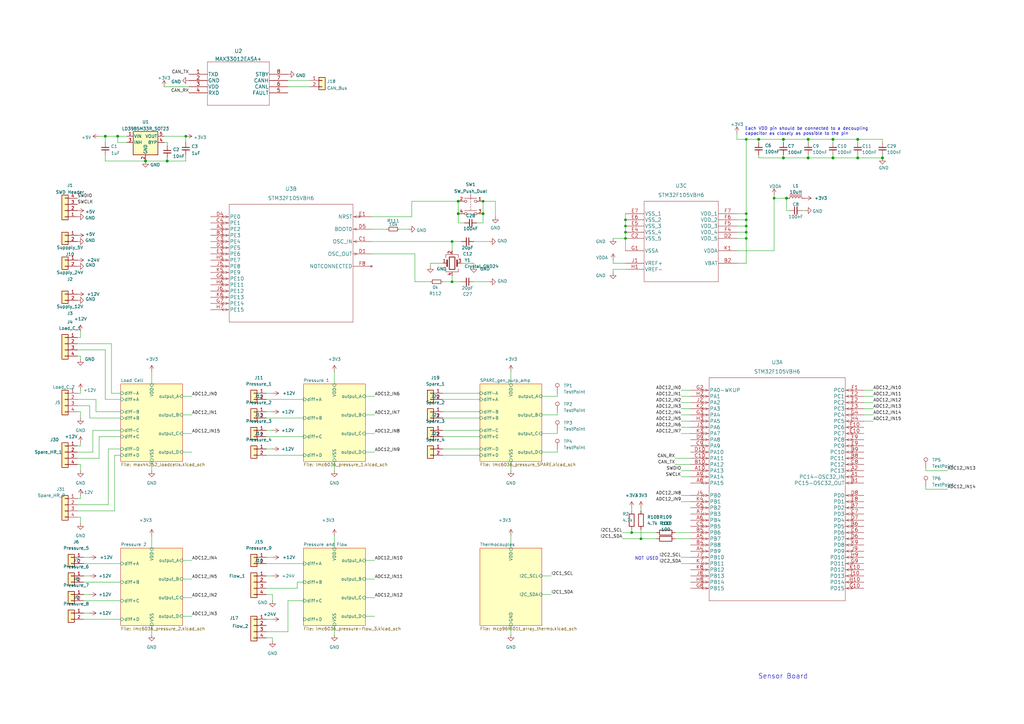
<source format=kicad_sch>
(kicad_sch (version 20211123) (generator eeschema)
  (paper "A3")
  (junction (at 187.96 87.63) (diameter 1.016))
  (junction (at 321.31 64.77) (diameter 1.016))
  (junction (at 262.89 220.98))
  (junction (at 185.42 115.57))
  (junction (at 259.08 218.44))
  (junction (at 256.54 92.71))
  (junction (at 317.5 81.28))
  (junction (at 361.95 64.77) (diameter 1.016))
  (junction (at 256.54 90.17))
  (junction (at 48.26 55.88) (diameter 1.016))
  (junction (at 76.2 55.88))
  (junction (at 331.47 64.77) (diameter 1.016))
  (junction (at 306.07 97.79))
  (junction (at 331.47 57.15) (diameter 1.016))
  (junction (at 68.58 66.04) (diameter 1.016))
  (junction (at 306.07 87.63))
  (junction (at 351.79 64.77) (diameter 1.016))
  (junction (at 198.12 87.63) (diameter 1.016))
  (junction (at 43.18 55.88) (diameter 1.016))
  (junction (at 306.07 92.71))
  (junction (at 341.63 64.77) (diameter 1.016))
  (junction (at 306.07 57.15))
  (junction (at 256.54 95.25))
  (junction (at 311.15 57.15) (diameter 1.016))
  (junction (at 322.58 81.28) (diameter 1.016))
  (junction (at 198.12 82.55))
  (junction (at 59.69 66.04) (diameter 1.016))
  (junction (at 306.07 95.25))
  (junction (at 256.54 97.79))
  (junction (at 351.79 57.15) (diameter 1.016))
  (junction (at 185.42 99.06))
  (junction (at 306.07 90.17))
  (junction (at 341.63 57.15) (diameter 1.016))
  (junction (at 321.31 57.15) (diameter 1.016))
  (junction (at 187.96 82.55) (diameter 1.016))
  (wire (pts (xy 306.07 95.25) (xy 306.07 92.71)))
  (wire (pts (xy 321.31 57.15) (xy 321.31 58.42)))
  (wire (pts (xy 74.93 170.18) (xy 78.74 170.18)))
  (wire (pts (xy 31.75 207.01) (xy 44.45 207.01)))
  (wire (pts (xy 168.91 88.9) (xy 168.91 82.55)))
  (wire (pts (xy 109.22 261.62) (xy 111.76 261.62)))
  (wire (pts (xy 181.61 176.53) (xy 196.85 176.53)))
  (wire (pts (xy 203.2 82.55) (xy 198.12 82.55)))
  (wire (pts (xy 251.46 97.79) (xy 256.54 97.79)))
  (wire (pts (xy 39.37 163.83) (xy 39.37 168.91)))
  (wire (pts (xy 256.54 92.71) (xy 256.54 95.25)))
  (wire (pts (xy 137.16 256.54) (xy 137.16 260.35)))
  (wire (pts (xy 40.64 55.88) (xy 43.18 55.88)))
  (wire (pts (xy 31.75 190.5) (xy 33.02 190.5)))
  (wire (pts (xy 31.75 209.55) (xy 46.99 209.55)))
  (wire (pts (xy 222.25 236.22) (xy 226.06 236.22)))
  (wire (pts (xy 283.21 162.56) (xy 279.4 162.56)))
  (wire (pts (xy 33.02 190.5) (xy 33.02 193.04)))
  (wire (pts (xy 262.89 220.98) (xy 255.27 220.98)))
  (wire (pts (xy 181.61 184.15) (xy 196.85 184.15)))
  (wire (pts (xy 222.25 170.18) (xy 228.6 170.18)))
  (wire (pts (xy 283.21 172.72) (xy 279.4 172.72)))
  (wire (pts (xy 181.61 171.45) (xy 196.85 171.45)))
  (wire (pts (xy 198.12 82.55) (xy 198.12 87.63)))
  (wire (pts (xy 33.02 135.89) (xy 33.02 138.43)))
  (wire (pts (xy 33.02 138.43) (xy 31.75 138.43)))
  (wire (pts (xy 43.18 63.5) (xy 43.18 66.04)))
  (wire (pts (xy 322.58 81.28) (xy 322.58 86.36)))
  (wire (pts (xy 109.22 163.83) (xy 124.46 163.83)))
  (wire (pts (xy 187.96 91.44) (xy 187.96 87.63)))
  (wire (pts (xy 222.25 177.8) (xy 228.6 177.8)))
  (wire (pts (xy 283.21 228.6) (xy 279.4 228.6)))
  (wire (pts (xy 259.08 218.44) (xy 269.24 218.44)))
  (wire (pts (xy 351.79 64.77) (xy 361.95 64.77)))
  (wire (pts (xy 187.96 82.55) (xy 187.96 87.63)))
  (wire (pts (xy 74.93 229.87) (xy 78.74 229.87)))
  (wire (pts (xy 185.42 113.03) (xy 185.42 115.57)))
  (wire (pts (xy 31.75 143.51) (xy 43.18 143.51)))
  (wire (pts (xy 176.53 107.95) (xy 176.53 109.22)))
  (wire (pts (xy 181.61 107.95) (xy 176.53 107.95)))
  (wire (pts (xy 209.55 219.71) (xy 209.55 224.79)))
  (wire (pts (xy 33.02 204.47) (xy 33.02 203.2)))
  (wire (pts (xy 358.14 170.18) (xy 354.33 170.18)))
  (wire (pts (xy 48.26 55.88) (xy 52.07 55.88)))
  (wire (pts (xy 379.73 199.39) (xy 379.73 200.66)))
  (wire (pts (xy 379.73 200.66) (xy 388.62 200.66)))
  (wire (pts (xy 251.46 111.76) (xy 251.46 110.49)))
  (wire (pts (xy 181.61 179.07) (xy 196.85 179.07)))
  (wire (pts (xy 40.64 179.07) (xy 49.53 179.07)))
  (wire (pts (xy 40.64 187.96) (xy 40.64 179.07)))
  (wire (pts (xy 34.29 243.84) (xy 36.83 243.84)))
  (wire (pts (xy 46.99 186.69) (xy 46.99 209.55)))
  (wire (pts (xy 49.53 186.69) (xy 46.99 186.69)))
  (wire (pts (xy 149.86 229.87) (xy 153.67 229.87)))
  (wire (pts (xy 222.25 162.56) (xy 228.6 162.56)))
  (wire (pts (xy 228.6 161.29) (xy 228.6 162.56)))
  (wire (pts (xy 149.86 177.8) (xy 153.67 177.8)))
  (wire (pts (xy 33.02 182.88) (xy 33.02 181.61)))
  (wire (pts (xy 311.15 57.15) (xy 311.15 58.42)))
  (wire (pts (xy 44.45 184.15) (xy 49.53 184.15)))
  (wire (pts (xy 44.45 207.01) (xy 44.45 184.15)))
  (wire (pts (xy 203.2 82.55) (xy 203.2 88.9)))
  (wire (pts (xy 34.29 236.22) (xy 36.83 236.22)))
  (wire (pts (xy 259.08 217.17) (xy 259.08 218.44)))
  (wire (pts (xy 43.18 143.51) (xy 43.18 163.83)))
  (wire (pts (xy 74.93 245.11) (xy 78.74 245.11)))
  (wire (pts (xy 358.14 167.64) (xy 354.33 167.64)))
  (wire (pts (xy 109.22 228.6) (xy 111.76 228.6)))
  (wire (pts (xy 283.21 170.18) (xy 279.4 170.18)))
  (wire (pts (xy 198.12 91.44) (xy 195.58 91.44)))
  (wire (pts (xy 31.75 166.37) (xy 36.83 166.37)))
  (wire (pts (xy 36.83 166.37) (xy 36.83 171.45)))
  (wire (pts (xy 36.83 171.45) (xy 49.53 171.45)))
  (wire (pts (xy 74.93 162.56) (xy 78.74 162.56)))
  (wire (pts (xy 306.07 57.15) (xy 306.07 87.63)))
  (wire (pts (xy 328.93 86.36) (xy 330.2 86.36)))
  (wire (pts (xy 283.21 205.74) (xy 279.4 205.74)))
  (wire (pts (xy 200.66 115.57) (xy 194.31 115.57)))
  (wire (pts (xy 109.22 186.69) (xy 124.46 186.69)))
  (wire (pts (xy 341.63 64.77) (xy 351.79 64.77)))
  (wire (pts (xy 311.15 63.5) (xy 311.15 64.77)))
  (wire (pts (xy 283.21 177.8) (xy 279.4 177.8)))
  (wire (pts (xy 283.21 187.96) (xy 276.86 187.96)))
  (wire (pts (xy 137.16 189.23) (xy 137.16 193.04)))
  (wire (pts (xy 262.89 208.28) (xy 262.89 209.55)))
  (wire (pts (xy 158.75 93.98) (xy 152.4 93.98)))
  (wire (pts (xy 323.85 86.36) (xy 322.58 86.36)))
  (wire (pts (xy 74.93 177.8) (xy 78.74 177.8)))
  (wire (pts (xy 149.86 185.42) (xy 153.67 185.42)))
  (wire (pts (xy 109.22 179.07) (xy 124.46 179.07)))
  (wire (pts (xy 68.58 64.77) (xy 68.58 66.04)))
  (wire (pts (xy 74.93 237.49) (xy 78.74 237.49)))
  (wire (pts (xy 306.07 92.71) (xy 306.07 90.17)))
  (wire (pts (xy 351.79 57.15) (xy 351.79 58.42)))
  (wire (pts (xy 109.22 231.14) (xy 124.46 231.14)))
  (wire (pts (xy 76.2 55.88) (xy 76.2 58.42)))
  (wire (pts (xy 149.86 245.11) (xy 153.67 245.11)))
  (wire (pts (xy 256.54 107.95) (xy 251.46 107.95)))
  (wire (pts (xy 109.22 184.15) (xy 111.76 184.15)))
  (wire (pts (xy 306.07 57.15) (xy 311.15 57.15)))
  (wire (pts (xy 262.89 217.17) (xy 262.89 220.98)))
  (wire (pts (xy 311.15 64.77) (xy 321.31 64.77)))
  (wire (pts (xy 149.86 162.56) (xy 153.67 162.56)))
  (wire (pts (xy 361.95 63.5) (xy 361.95 64.77)))
  (wire (pts (xy 283.21 160.02) (xy 279.4 160.02)))
  (wire (pts (xy 67.31 58.42) (xy 68.58 58.42)))
  (wire (pts (xy 33.02 212.09) (xy 33.02 214.63)))
  (wire (pts (xy 34.29 254) (xy 49.53 254)))
  (wire (pts (xy 302.26 97.79) (xy 306.07 97.79)))
  (wire (pts (xy 68.58 66.04) (xy 76.2 66.04)))
  (wire (pts (xy 152.4 88.9) (xy 168.91 88.9)))
  (wire (pts (xy 222.25 185.42) (xy 228.6 185.42)))
  (wire (pts (xy 43.18 55.88) (xy 48.26 55.88)))
  (wire (pts (xy 306.07 87.63) (xy 302.26 87.63)))
  (wire (pts (xy 31.75 187.96) (xy 40.64 187.96)))
  (wire (pts (xy 181.61 186.69) (xy 196.85 186.69)))
  (wire (pts (xy 331.47 64.77) (xy 341.63 64.77)))
  (wire (pts (xy 222.25 243.84) (xy 226.06 243.84)))
  (wire (pts (xy 39.37 163.83) (xy 31.75 163.83)))
  (wire (pts (xy 49.53 168.91) (xy 39.37 168.91)))
  (wire (pts (xy 109.22 243.84) (xy 111.76 243.84)))
  (wire (pts (xy 276.86 220.98) (xy 283.21 220.98)))
  (wire (pts (xy 358.14 172.72) (xy 354.33 172.72)))
  (wire (pts (xy 306.07 90.17) (xy 306.07 87.63)))
  (wire (pts (xy 283.21 203.2) (xy 279.4 203.2)))
  (wire (pts (xy 181.61 115.57) (xy 185.42 115.57)))
  (wire (pts (xy 185.42 115.57) (xy 189.23 115.57)))
  (wire (pts (xy 209.55 189.23) (xy 209.55 193.04)))
  (wire (pts (xy 302.26 95.25) (xy 306.07 95.25)))
  (wire (pts (xy 341.63 57.15) (xy 351.79 57.15)))
  (wire (pts (xy 31.75 182.88) (xy 33.02 182.88)))
  (wire (pts (xy 109.22 254) (xy 111.76 254)))
  (wire (pts (xy 317.5 80.01) (xy 317.5 81.28)))
  (wire (pts (xy 149.86 252.73) (xy 153.67 252.73)))
  (wire (pts (xy 228.6 176.53) (xy 228.6 177.8)))
  (wire (pts (xy 168.91 82.55) (xy 187.96 82.55)))
  (wire (pts (xy 181.61 161.29) (xy 196.85 161.29)))
  (wire (pts (xy 152.4 104.14) (xy 170.18 104.14)))
  (wire (pts (xy 34.29 251.46) (xy 36.83 251.46)))
  (wire (pts (xy 109.22 161.29) (xy 111.76 161.29)))
  (wire (pts (xy 109.22 236.22) (xy 111.76 236.22)))
  (wire (pts (xy 167.64 93.98) (xy 163.83 93.98)))
  (wire (pts (xy 152.4 99.06) (xy 185.42 99.06)))
  (wire (pts (xy 185.42 99.06) (xy 189.23 99.06)))
  (wire (pts (xy 341.63 63.5) (xy 341.63 64.77)))
  (wire (pts (xy 181.61 163.83) (xy 196.85 163.83)))
  (wire (pts (xy 322.58 81.28) (xy 317.5 81.28)))
  (wire (pts (xy 118.11 33.02) (xy 127 33.02)))
  (wire (pts (xy 68.58 58.42) (xy 68.58 59.69)))
  (wire (pts (xy 62.23 189.23) (xy 62.23 193.04)))
  (wire (pts (xy 358.14 165.1) (xy 354.33 165.1)))
  (wire (pts (xy 149.86 170.18) (xy 153.67 170.18)))
  (wire (pts (xy 31.75 161.29) (xy 33.02 161.29)))
  (wire (pts (xy 33.02 161.29) (xy 33.02 160.02)))
  (wire (pts (xy 31.75 140.97) (xy 45.72 140.97)))
  (wire (pts (xy 62.23 219.71) (xy 62.23 224.79)))
  (wire (pts (xy 67.31 35.56) (xy 77.47 35.56)))
  (wire (pts (xy 48.26 58.42) (xy 48.26 55.88)))
  (wire (pts (xy 228.6 184.15) (xy 228.6 185.42)))
  (wire (pts (xy 74.93 252.73) (xy 78.74 252.73)))
  (wire (pts (xy 109.22 171.45) (xy 124.46 171.45)))
  (wire (pts (xy 34.29 238.76) (xy 49.53 238.76)))
  (wire (pts (xy 256.54 95.25) (xy 256.54 97.79)))
  (wire (pts (xy 251.46 110.49) (xy 256.54 110.49)))
  (wire (pts (xy 31.75 168.91) (xy 33.02 168.91)))
  (wire (pts (xy 33.02 168.91) (xy 33.02 171.45)))
  (wire (pts (xy 302.26 107.95) (xy 306.07 107.95)))
  (wire (pts (xy 137.16 219.71) (xy 137.16 224.79)))
  (wire (pts (xy 149.86 237.49) (xy 153.67 237.49)))
  (wire (pts (xy 283.21 193.04) (xy 279.4 193.04)))
  (wire (pts (xy 321.31 63.5) (xy 321.31 64.77)))
  (wire (pts (xy 306.07 97.79) (xy 306.07 95.25)))
  (wire (pts (xy 256.54 87.63) (xy 256.54 90.17)))
  (wire (pts (xy 109.22 241.3) (xy 121.92 241.3)))
  (wire (pts (xy 121.92 238.76) (xy 124.46 238.76)))
  (wire (pts (xy 121.92 241.3) (xy 121.92 238.76)))
  (wire (pts (xy 43.18 55.88) (xy 43.18 58.42)))
  (wire (pts (xy 358.14 162.56) (xy 354.33 162.56)))
  (wire (pts (xy 76.2 66.04) (xy 76.2 63.5)))
  (wire (pts (xy 302.26 90.17) (xy 306.07 90.17)))
  (wire (pts (xy 31.75 185.42) (xy 38.1 185.42)))
  (wire (pts (xy 38.1 176.53) (xy 38.1 185.42)))
  (wire (pts (xy 49.53 176.53) (xy 38.1 176.53)))
  (wire (pts (xy 259.08 208.28) (xy 259.08 209.55)))
  (wire (pts (xy 358.14 160.02) (xy 354.33 160.02)))
  (wire (pts (xy 321.31 57.15) (xy 331.47 57.15)))
  (wire (pts (xy 341.63 57.15) (xy 341.63 58.42)))
  (wire (pts (xy 283.21 165.1) (xy 279.4 165.1)))
  (wire (pts (xy 351.79 63.5) (xy 351.79 64.77)))
  (wire (pts (xy 190.5 91.44) (xy 187.96 91.44)))
  (wire (pts (xy 276.86 218.44) (xy 283.21 218.44)))
  (wire (pts (xy 331.47 57.15) (xy 331.47 58.42)))
  (wire (pts (xy 34.29 228.6) (xy 36.83 228.6)))
  (wire (pts (xy 361.95 57.15) (xy 361.95 58.42)))
  (wire (pts (xy 321.31 64.77) (xy 331.47 64.77)))
  (wire (pts (xy 137.16 152.4) (xy 137.16 157.48)))
  (wire (pts (xy 170.18 115.57) (xy 176.53 115.57)))
  (wire (pts (xy 111.76 243.84) (xy 111.76 246.38)))
  (wire (pts (xy 209.55 256.54) (xy 209.55 260.35)))
  (wire (pts (xy 52.07 58.42) (xy 48.26 58.42)))
  (wire (pts (xy 283.21 167.64) (xy 279.4 167.64)))
  (wire (pts (xy 200.66 99.06) (xy 194.31 99.06)))
  (wire (pts (xy 331.47 57.15) (xy 341.63 57.15)))
  (wire (pts (xy 67.31 55.88) (xy 76.2 55.88)))
  (wire (pts (xy 59.69 66.04) (xy 68.58 66.04)))
  (wire (pts (xy 209.55 152.4) (xy 209.55 157.48)))
  (wire (pts (xy 43.18 66.04) (xy 59.69 66.04)))
  (wire (pts (xy 283.21 195.58) (xy 279.4 195.58)))
  (wire (pts (xy 306.07 107.95) (xy 306.07 97.79)))
  (wire (pts (xy 74.93 185.42) (xy 78.74 185.42)))
  (wire (pts (xy 185.42 99.06) (xy 185.42 102.87)))
  (wire (pts (xy 34.29 246.38) (xy 49.53 246.38)))
  (wire (pts (xy 31.75 146.05) (xy 33.02 146.05)))
  (wire (pts (xy 33.02 146.05) (xy 33.02 147.32)))
  (wire (pts (xy 118.11 35.56) (xy 127 35.56)))
  (wire (pts (xy 34.29 231.14) (xy 49.53 231.14)))
  (wire (pts (xy 111.76 261.62) (xy 111.76 262.89)))
  (wire (pts (xy 317.5 81.28) (xy 317.5 102.87)))
  (wire (pts (xy 31.75 204.47) (xy 33.02 204.47)))
  (wire (pts (xy 283.21 231.14) (xy 279.4 231.14)))
  (wire (pts (xy 31.75 212.09) (xy 33.02 212.09)))
  (wire (pts (xy 45.72 140.97) (xy 45.72 161.29)))
  (wire (pts (xy 45.72 161.29) (xy 49.53 161.29)))
  (wire (pts (xy 302.26 92.71) (xy 306.07 92.71)))
  (wire (pts (xy 251.46 107.95) (xy 251.46 106.68)))
  (wire (pts (xy 256.54 90.17) (xy 256.54 92.71)))
  (wire (pts (xy 109.22 259.08) (xy 118.11 259.08)))
  (wire (pts (xy 118.11 246.38) (xy 124.46 246.38)))
  (wire (pts (xy 118.11 259.08) (xy 118.11 246.38)))
  (wire (pts (xy 302.26 57.15) (xy 306.07 57.15)))
  (wire (pts (xy 109.22 168.91) (xy 111.76 168.91)))
  (wire (pts (xy 256.54 97.79) (xy 256.54 102.87)))
  (wire (pts (xy 262.89 220.98) (xy 269.24 220.98)))
  (wire (pts (xy 311.15 57.15) (xy 321.31 57.15)))
  (wire (pts (xy 302.26 54.61) (xy 302.26 57.15)))
  (wire (pts (xy 283.21 175.26) (xy 279.4 175.26)))
  (wire (pts (xy 331.47 63.5) (xy 331.47 64.77)))
  (wire (pts (xy 379.73 193.04) (xy 379.73 191.77)))
  (wire (pts (xy 388.62 193.04) (xy 379.73 193.04)))
  (wire (pts (xy 170.18 104.14) (xy 170.18 115.57)))
  (wire (pts (xy 189.23 107.95) (xy 194.31 107.95)))
  (wire (pts (xy 194.31 107.95) (xy 194.31 109.22)))
  (wire (pts (xy 109.22 176.53) (xy 111.76 176.53)))
  (wire (pts (xy 255.27 218.44) (xy 259.08 218.44)))
  (wire (pts (xy 62.23 256.54) (xy 62.23 260.35)))
  (wire (pts (xy 283.21 190.5) (xy 276.86 190.5)))
  (wire (pts (xy 43.18 163.83) (xy 49.53 163.83)))
  (wire (pts (xy 302.26 102.87) (xy 317.5 102.87)))
  (wire (pts (xy 198.12 87.63) (xy 198.12 91.44)))
  (wire (pts (xy 181.61 168.91) (xy 196.85 168.91)))
  (wire (pts (xy 228.6 168.91) (xy 228.6 170.18)))
  (wire (pts (xy 62.23 152.4) (xy 62.23 157.48)))
  (wire (pts (xy 351.79 57.15) (xy 361.95 57.15)))
  (text "Each VDD pin should be connected to a decoupling\ncapacitor as closely as possible to the pin" (at 305.562 55.626 0) (effects (font (size 1.27 1.27)) (justify left bottom)))
  (text "Sensor Board" (at 310.896 278.638 0) (effects (font (size 2 2)) (justify left bottom)))
  (text "NOT USED" (at 260.35 229.87 0) (effects (font (size 1.27 1.27)) (justify left bottom)))
  (label "ADC12_IN10" (at 153.67 229.87 0))
  (label "I2C2_SDA" (at 279.4 231.14 180))
  (label "ADC12_IN13" (at 388.62 193.04 0))
  (label "ADC12_IN1" (at 279.4 162.56 180))
  (label "I2C1_SCL" (at 226.06 236.22 0))
  (label "CAN_RX" (at 77.47 38.1 180))
  (label "ADC12_IN6" (at 153.67 162.56 0))
  (label "ADC12_IN2" (at 78.74 245.11 0))
  (label "ADC12_IN12" (at 358.14 165.1 0))
  (label "ADC12_IN3" (at 279.4 167.64 180))
  (label "ADC12_IN9" (at 279.4 205.74 180))
  (label "ADC12_IN0" (at 78.74 162.56 0))
  (label "ADC12_IN3" (at 78.74 252.73 0))
  (label "I2C1_SDA" (at 226.06 243.84 0))
  (label "ADC12_IN11" (at 153.67 237.49 0))
  (label "ADC12_IN11" (at 358.14 162.56 0))
  (label "ADC12_IN10" (at 358.14 160.02 0))
  (label "ADC12_IN4" (at 279.4 170.18 180))
  (label "ADC12_IN8" (at 279.4 203.2 180))
  (label "ADC12_IN4" (at 78.74 229.87 0))
  (label "SWCLK" (at 279.4 195.58 180))
  (label "ADC12_IN14" (at 388.62 200.66 0))
  (label "ADC12_IN5" (at 78.74 237.49 0))
  (label "SWCLK" (at 31.75 83.82 0))
  (label "ADC12_IN12" (at 153.67 245.11 0))
  (label "CAN_RX" (at 276.86 187.96 180))
  (label "ADC12_IN6" (at 279.4 175.26 180))
  (label "ADC12_IN7" (at 279.4 177.8 180))
  (label "ADC12_IN7" (at 153.67 170.18 0))
  (label "I2C1_SCL" (at 255.27 218.44 180))
  (label "ADC12_IN9" (at 153.67 185.42 0))
  (label "CAN_TX" (at 77.47 30.48 180))
  (label "CAN_TX" (at 276.86 190.5 180))
  (label "ADC12_IN15" (at 358.14 172.72 0))
  (label "ADC12_IN1" (at 78.74 170.18 0))
  (label "ADC12_IN8" (at 153.67 177.8 0))
  (label "ADC12_IN14" (at 358.14 170.18 0))
  (label "I2C1_SDA" (at 255.27 220.98 180))
  (label "ADC12_IN5" (at 279.4 172.72 180))
  (label "ADC12_IN13" (at 358.14 167.64 0))
  (label "SWDIO" (at 279.4 193.04 180))
  (label "SWDIO" (at 31.75 81.28 0))
  (label "I2C2_SCL" (at 279.4 228.6 180))
  (label "ADC12_IN2" (at 279.4 165.1 180))
  (label "ADC12_IN0" (at 279.4 160.02 180))
  (label "ADC12_IN15" (at 78.74 177.8 0))
  (symbol (lib_id "power:+12V") (at 31.75 120.65 270) (mirror x) (unit 1)
    (property "Reference" "#PWR05" (effects hide))
    (property "Value" "+12V" (at 35.56 120.65 90) (effects (justify left)))
  )
  (symbol (lib_id "Connector_Generic:Conn_01x02") (at 104.14 168.91 0) (mirror y) (unit 1)
    (property "Reference" "J12" (at 106.172 162.56 0))
    (property "Value" "Pressure_2" (at 106.172 165.1 0))
    (property "Footprint" "Custom_Molex_SL_2.54:SL_2.54_H_2pin" (effects hide))
  )
  (symbol (lib_id "Connector_Generic:Conn_01x02") (at 104.14 184.15 0) (mirror y) (unit 1)
    (property "Reference" "J14" (at 106.172 177.8 0))
    (property "Value" "Pressure_4" (at 106.172 180.34 0))
    (property "Footprint" "Custom_Molex_SL_2.54:SL_2.54_H_2pin" (effects hide))
  )
  (symbol (lib_id "MAX33012EASA+:MAX33012EASA+") (at 77.47 30.48 0) (unit 1)
    (property "Reference" "U2" (at 97.79 20.9325 0) (effects (font (size 1.524 1.524))))
    (property "Value" "MAX33012EASA+" (at 97.79 24.2115 0) (effects (font (size 1.524 1.524))))
    (property "Footprint" "MAX33012EASA+:MAX33012EASA+" (effects hide))
  )
  (symbol (lib_id "Device:C_Small") (at 193.04 91.44 270) (mirror x) (unit 1)
    (property "Reference" "C28" (at 193.04 88.4513 90))
    (property "Value" "100nF" (at 193.04 93.7664 90))
    (property "Footprint" "Capacitor_SMD:C_0603_1608Metric" (effects hide))
  )
  (symbol (lib_id "Device:R") (at 259.08 213.36 0) (unit 1)
    (property "Reference" "R2" (at 255.27 210.8199 0) (effects (justify left)))
    (property "Value" "4.7k" (at 255.27 213.3599 0) (effects (justify left)))
    (property "Footprint" "Resistor_SMD:R_0603_1608Metric" (effects hide))
  )
  (symbol (lib_id "power:+3.3V") (at 209.55 219.71 0) (unit 1)
    (property "Reference" "#PWR048" (effects hide))
    (property "Value" "+3.3V" (at 207.01 213.36 0))
  )
  (symbol (lib_id "power:+24V") (at 31.75 106.68 270) (mirror x) (unit 1)
    (property "Reference" "#PWR03" (effects hide))
    (property "Value" "+24V" (at 35.56 106.68 90) (effects (justify left)))
  )
  (symbol (lib_id "power:+12V") (at 111.76 184.15 270) (unit 1)
    (property "Reference" "#PWR029" (effects hide))
    (property "Value" "+12V" (at 115.316 184.1499 90) (effects (justify left)))
  )
  (symbol (lib_id "Connector_Generic:Conn_01x02") (at 132.08 33.02 0) (unit 1)
    (property "Reference" "J18" (at 134.1121 33.3815 0) (effects (justify left)))
    (property "Value" "CAN_Bus" (at 134.1121 36.1566 0) (effects (justify left)))
    (property "Footprint" "Custom_Molex_SL_2.54:SL_2.54_H_2pin" (effects hide))
  )
  (symbol (lib_id "power:+24V") (at 111.76 254 270) (unit 1)
    (property "Reference" "#PWR033" (effects hide))
    (property "Value" "+24V" (at 107.95 251.9679 90) (effects (justify left)))
  )
  (symbol (lib_id "power:+5V") (at 31.75 96.52 270) (mirror x) (unit 1)
    (property "Reference" "#PWR016" (effects hide))
    (property "Value" "+5V" (at 34.9251 96.041 90) (effects (justify left)))
  )
  (symbol (lib_id "power:GND") (at 62.23 260.35 0) (unit 1)
    (property "Reference" "#PWR022" (effects hide))
    (property "Value" "GND" (at 62.23 265.43 0))
  )
  (symbol (lib_id "Device:C_Small") (at 341.63 60.96 0) (unit 1)
    (property "Reference" "C10" (at 343.408 59.944 0) (effects (justify left)))
    (property "Value" "100nF" (at 343.408 62.484 0) (effects (justify left)))
    (property "Footprint" "Capacitor_SMD:C_0603_1608Metric" (effects hide))
  )
  (symbol (lib_id "Connector_Generic:Conn_01x02") (at 104.14 161.29 0) (mirror y) (unit 1)
    (property "Reference" "J11" (at 106.172 154.94 0))
    (property "Value" "Pressure_1" (at 106.172 157.48 0))
    (property "Footprint" "Custom_Molex_SL_2.54:SL_2.54_H_2pin" (effects hide))
  )
  (symbol (lib_id "Device:C_Small") (at 43.18 60.96 0) (unit 1)
    (property "Reference" "C1" (at 45.5042 60.0515 0) (effects (justify left)))
    (property "Value" "1uF" (at 45.5042 62.8266 0) (effects (justify left)))
    (property "Footprint" "Capacitor_SMD:C_0603_1608Metric" (effects hide))
  )
  (symbol (lib_id "Device:R_Small") (at 179.07 115.57 270) (unit 1)
    (property "Reference" "R112" (at 178.562 120.396 90))
    (property "Value" "0k" (at 178.562 117.856 90))
    (property "Footprint" "Resistor_SMD:R_0603_1608Metric" (effects hide))
  )
  (symbol (lib_id "Connector:TestPoint") (at 379.73 191.77 0) (unit 1)
    (property "Reference" "TP5" (at 382.27 188.6584 0) (effects (justify left)))
    (property "Value" "TestPoint" (at 382.27 191.1984 0) (effects (justify left)))
    (property "Footprint" "TestPoint:TestPoint_Pad_D2.0mm" (effects hide))
  )
  (symbol (lib_id "power:GND") (at 209.55 260.35 0) (unit 1)
    (property "Reference" "#PWR049" (effects hide))
    (property "Value" "GND" (at 209.55 265.43 0))
  )
  (symbol (lib_id "power:GND") (at 251.46 111.76 0) (unit 1)
    (property "Reference" "#PWR0135" (effects hide))
    (property "Value" "GND" (at 246.38 113.03 0))
  )
  (symbol (lib_id "power:GND") (at 200.66 115.57 90) (unit 1)
    (property "Reference" "#PWR0148" (effects hide))
    (property "Value" "GND" (at 203.962 115.316 90) (effects (justify right)))
  )
  (symbol (lib_id "power:GND") (at 209.55 193.04 0) (unit 1)
    (property "Reference" "#PWR047" (effects hide))
    (property "Value" "GND" (at 209.55 198.12 0))
  )
  (symbol (lib_id "STM32F105VBH6:STM32F105VBH6") (at 283.21 160.02 0) (unit 1)
    (property "Reference" "U3" (at 318.77 148.59 0) (effects (font (size 1.524 1.524))))
    (property "Value" "STM32F105VBH6" (at 318.77 152.4 0) (effects (font (size 1.524 1.524))))
    (property "Footprint" "STM32F105VBH6:STM32F105VBH6" (effects hide))
  )
  (symbol (lib_id "Device:C_Small") (at 331.47 60.96 0) (unit 1)
    (property "Reference" "C9" (at 333.248 59.944 0) (effects (justify left)))
    (property "Value" "100nF" (at 333.248 62.484 0) (effects (justify left)))
    (property "Footprint" "Capacitor_SMD:C_0603_1608Metric" (effects hide))
  )
  (symbol (lib_id "power:+5V") (at 31.75 86.36 270) (unit 1)
    (property "Reference" "#PWR01" (effects hide))
    (property "Value" "+5V" (at 34.9251 86.839 90) (effects (justify left)))
  )
  (symbol (lib_id "power:VDDA") (at 251.46 106.68 0) (unit 1)
    (property "Reference" "#PWR0136" (effects hide))
    (property "Value" "VDDA" (at 246.888 105.664 0))
  )
  (symbol (lib_id "power:GND") (at 31.75 88.9 90) (unit 1)
    (property "Reference" "#PWR02" (effects hide))
    (property "Value" "GND" (at 34.9251 89.379 90) (effects (justify right)))
  )
  (symbol (lib_id "power:GND") (at 62.23 193.04 0) (unit 1)
    (property "Reference" "#PWR020" (effects hide))
    (property "Value" "GND" (at 62.23 198.12 0))
  )
  (symbol (lib_id "power:GND") (at 31.75 123.19 90) (mirror x) (unit 1)
    (property "Reference" "#PWR06" (effects hide))
    (property "Value" "GND" (at 35.052 122.682 90) (effects (justify right)))
  )
  (symbol (lib_id "Device:C_Small") (at 321.31 60.96 0) (unit 1)
    (property "Reference" "C7" (at 323.088 59.944 0) (effects (justify left)))
    (property "Value" "100nF" (at 323.088 62.484 0) (effects (justify left)))
    (property "Footprint" "Capacitor_SMD:C_0603_1608Metric" (effects hide))
  )
  (symbol (lib_id "Connector_Generic:Conn_01x02") (at 29.21 251.46 0) (mirror y) (unit 1)
    (property "Reference" "J9" (at 31.242 245.11 0))
    (property "Value" "Pressure_8" (at 31.242 247.65 0))
    (property "Footprint" "Custom_Molex_SL_2.54:SL_2.54_H_2pin" (effects hide))
  )
  (symbol (lib_id "Connector_Generic:Conn_01x02") (at 104.14 228.6 0) (mirror y) (unit 1)
    (property "Reference" "J15" (at 106.172 222.25 0))
    (property "Value" "Pressure_9" (at 106.172 224.79 0))
    (property "Footprint" "Custom_Molex_SL_2.54:SL_2.54_H_2pin" (effects hide))
  )
  (symbol (lib_id "power:+3V3") (at 76.2 55.88 270) (unit 1)
    (property "Reference" "#PWR024" (effects hide))
    (property "Value" "+3V3" (at 79.3751 56.359 90) (effects (justify left)))
  )
  (symbol (lib_id "power:+12V") (at 111.76 176.53 270) (unit 1)
    (property "Reference" "#PWR028" (effects hide))
    (property "Value" "+12V" (at 115.316 176.5299 90) (effects (justify left)))
  )
  (symbol (lib_id "Device:C_Small") (at 68.58 62.23 0) (unit 1)
    (property "Reference" "C2" (at 70.9042 61.3215 0) (effects (justify left)))
    (property "Value" "10nF" (at 70.9042 64.0966 0) (effects (justify left)))
    (property "Footprint" "Capacitor_SMD:C_0603_1608Metric" (effects hide))
  )
  (symbol (lib_id "power:GND") (at 33.02 214.63 0) (unit 1)
    (property "Reference" "#PWR0141" (effects hide))
    (property "Value" "GND" (at 33.02 219.71 0))
  )
  (symbol (lib_id "Connector_Generic:Conn_01x04") (at 26.67 140.97 0) (mirror y) (unit 1)
    (property "Reference" "J4" (at 28.702 132.08 0))
    (property "Value" "Load_C_1" (at 28.702 134.62 0))
    (property "Footprint" "Custom_Molex_SL_2.54:SL_2.54_H_4pin" (effects hide))
  )
  (symbol (lib_id "Connector_Generic:Conn_01x02") (at 26.67 120.65 0) (mirror y) (unit 1)
    (property "Reference" "J3" (at 28.702 128.524 0))
    (property "Value" "Supply_12V" (at 28.702 125.73 0))
    (property "Footprint" "CustomFootprints:PowerPoleThroughHole" (effects hide))
  )
  (symbol (lib_id "Device:R_Small") (at 161.29 93.98 90) (mirror x) (unit 1)
    (property "Reference" "R111" (at 161.29 90.5468 90))
    (property "Value" "10k" (at 161.29 92.0519 90))
    (property "Footprint" "Resistor_SMD:R_0603_1608Metric" (effects hide))
  )
  (symbol (lib_id "Device:C_Small") (at 326.39 86.36 90) (unit 1)
    (property "Reference" "C8" (at 326.39 83.82 90))
    (property "Value" "100nF" (at 326.39 88.9 90))
    (property "Footprint" "Capacitor_SMD:C_0603_1608Metric" (effects hide))
  )
  (symbol (lib_id "Switch:SW_Push_Dual") (at 193.04 82.55 0) (mirror y) (unit 1)
    (property "Reference" "SW1" (at 193.04 75.6624 0))
    (property "Value" "SW_Push_Dual" (at 193.04 78.4375 0))
    (property "Footprint" "Custom_button_CS1102:Button CS1102" (effects hide))
  )
  (symbol (lib_id "power:GND") (at 176.53 109.22 0) (unit 1)
    (property "Reference" "#PWR0138" (effects hide))
    (property "Value" "GND" (at 179.07 110.2994 0) (effects (justify left)))
  )
  (symbol (lib_id "Device:R") (at 273.05 218.44 90) (unit 1)
    (property "Reference" "R109" (at 273.05 212.09 90))
    (property "Value" "100" (at 273.05 214.63 90))
    (property "Footprint" "Resistor_SMD:R_0603_1608Metric" (effects hide))
  )
  (symbol (lib_id "power:+3.3V") (at 137.16 152.4 0) (unit 1)
    (property "Reference" "#PWR036" (effects hide))
    (property "Value" "+3.3V" (at 137.16 147.32 0))
  )
  (symbol (lib_id "power:GND") (at 118.11 30.48 90) (unit 1)
    (property "Reference" "#PWR035" (effects hide))
    (property "Value" "GND" (at 121.2851 30.959 90) (effects (justify right)))
  )
  (symbol (lib_id "power:GND") (at 33.02 171.45 0) (unit 1)
    (property "Reference" "#PWR010" (effects hide))
    (property "Value" "GND" (at 33.02 176.53 0))
  )
  (symbol (lib_id "power:+3.3V") (at 209.55 152.4 0) (unit 1)
    (property "Reference" "#PWR046" (effects hide))
    (property "Value" "+3.3V" (at 209.55 147.32 0))
  )
  (symbol (lib_id "Connector_Generic:Conn_01x02") (at 29.21 228.6 0) (mirror y) (unit 1)
    (property "Reference" "J6" (at 31.242 222.25 0))
    (property "Value" "Pressure_5" (at 31.242 224.79 0))
    (property "Footprint" "Custom_Molex_SL_2.54:SL_2.54_H_2pin" (effects hide))
  )
  (symbol (lib_id "Connector_Generic:Conn_01x04") (at 104.14 238.76 0) (mirror y) (unit 1)
    (property "Reference" "J16" (at 106.172 229.87 0))
    (property "Value" "Flow_1" (at 97.282 236.22 0))
    (property "Footprint" "Custom_Molex_SL_2.54:SL_2.54_H_4pin" (effects hide))
  )
  (symbol (lib_id "STM32F105VBH6:STM32F105VBH6") (at 86.36 88.9 0) (unit 2)
    (property "Reference" "U3" (at 119.38 77.47 0) (effects (font (size 1.524 1.524))))
    (property "Value" "STM32F105VBH6" (at 119.38 81.28 0) (effects (font (size 1.524 1.524))))
    (property "Footprint" "STM32F105VBH6:STM32F105VBH6" (effects hide))
  )
  (symbol (lib_id "Connector_Generic:Conn_01x02") (at 104.14 176.53 0) (mirror y) (unit 1)
    (property "Reference" "J13" (at 106.172 170.18 0))
    (property "Value" "Pressure_3" (at 106.172 172.72 0))
    (property "Footprint" "Custom_Molex_SL_2.54:SL_2.54_H_2pin" (effects hide))
  )
  (symbol (lib_id "Connector_Generic:Conn_01x02") (at 26.67 106.68 0) (mirror y) (unit 1)
    (property "Reference" "J2" (at 28.702 114.554 0))
    (property "Value" "Supply_24V" (at 28.702 111.76 0))
    (property "Footprint" "CustomFootprints:PowerPoleThroughHole" (effects hide))
  )
  (symbol (lib_id "Connector_Generic:Conn_01x04") (at 104.14 256.54 0) (mirror y) (unit 1)
    (property "Reference" "J17" (at 96.012 253.492 0))
    (property "Value" "Flow_2" (at 98.552 256.794 0))
    (property "Footprint" "Custom_Molex_SL_2.54:SL_2.54_H_4pin" (effects hide))
  )
  (symbol (lib_id "power:+12V") (at 33.02 160.02 0) (unit 1)
    (property "Reference" "#PWR09" (effects hide))
    (property "Value" "+12V" (at 36.83 160.02 0))
  )
  (symbol (lib_id "power:GND") (at 330.2 86.36 90) (unit 1)
    (property "Reference" "#PWR0151" (effects hide))
    (property "Value" "GND" (at 333.248 86.614 90) (effects (justify right)))
  )
  (symbol (lib_id "power:GND") (at 77.47 33.02 270) (unit 1)
    (property "Reference" "#PWR025" (effects hide))
    (property "Value" "GND" (at 74.295 33.499 90) (effects (justify right)))
  )
  (symbol (lib_id "Device:C_Small") (at 191.77 99.06 270) (unit 1)
    (property "Reference" "C12" (at 191.77 104.14 90))
    (property "Value" "20pF" (at 191.77 101.6 90))
    (property "Footprint" "Capacitor_SMD:C_0603_1608Metric" (effects hide))
  )
  (symbol (lib_id "Connector_Generic:Conn_01x04") (at 26.67 86.36 180) (unit 1)
    (property "Reference" "J1" (at 28.702 76.0434 0))
    (property "Value" "SWD Header" (at 28.702 78.8185 0))
    (property "Footprint" "Connector_PinHeader_2.54mm:PinHeader_1x04_P2.54mm_Vertical" (effects hide))
  )
  (symbol (lib_id "power:+12V") (at 111.76 161.29 270) (unit 1)
    (property "Reference" "#PWR026" (effects hide))
    (property "Value" "+12V" (at 115.824 161.2899 90) (effects (justify left)))
  )
  (symbol (lib_id "power:GND") (at 31.75 99.06 90) (mirror x) (unit 1)
    (property "Reference" "#PWR017" (effects hide))
    (property "Value" "GND" (at 34.9251 98.581 90) (effects (justify right)))
  )
  (symbol (lib_id "power:+3.3V") (at 137.16 219.71 0) (unit 1)
    (property "Reference" "#PWR038" (effects hide))
    (property "Value" "+3.3V" (at 134.62 213.36 0))
  )
  (symbol (lib_id "Connector_Generic:Conn_01x04") (at 26.67 163.83 0) (mirror y) (unit 1)
    (property "Reference" "J5" (at 23.622 165.1 0))
    (property "Value" "Load_C_2" (at 26.162 158.75 0))
    (property "Footprint" "Custom_Molex_SL_2.54:SL_2.54_H_4pin" (effects hide))
  )
  (symbol (lib_id "power:+12V") (at 111.76 168.91 270) (unit 1)
    (property "Reference" "#PWR027" (effects hide))
    (property "Value" "+12V" (at 115.316 168.9099 90) (effects (justify left)))
  )
  (symbol (lib_id "Connector:TestPoint") (at 379.73 199.39 0) (unit 1)
    (property "Reference" "TP6" (at 382.27 196.2784 0) (effects (justify left)))
    (property "Value" "TestPoint" (at 382.27 198.8184 0) (effects (justify left)))
    (property "Footprint" "TestPoint:TestPoint_Pad_D2.0mm" (effects hide))
  )
  (symbol (lib_id "power:GND") (at 203.2 88.9 0) (mirror y) (unit 1)
    (property "Reference" "#PWR0147" (effects hide))
    (property "Value" "GND" (at 203.2 93.4626 0))
  )
  (symbol (lib_id "Device:R") (at 262.89 213.36 0) (unit 1)
    (property "Reference" "R108" (at 265.43 212.0899 0) (effects (justify left)))
    (property "Value" "4.7k" (at 265.43 214.6299 0) (effects (justify left)))
    (property "Footprint" "Resistor_SMD:R_0603_1608Metric" (effects hide))
  )
  (symbol (lib_id "Device:R") (at 273.05 220.98 90) (unit 1)
    (property "Reference" "R110" (at 273.05 214.63 90))
    (property "Value" "100" (at 273.05 217.17 90))
    (property "Footprint" "Resistor_SMD:R_0603_1608Metric" (effects hide))
  )
  (symbol (lib_id "Device:C_Small") (at 76.2 60.96 0) (unit 1)
    (property "Reference" "C3" (at 78.5242 60.0515 0) (effects (justify left)))
    (property "Value" "1uF" (at 78.5242 62.8266 0) (effects (justify left)))
    (property "Footprint" "Capacitor_SMD:C_0603_1608Metric" (effects hide))
  )
  (symbol (lib_id "power:+5V") (at 40.64 55.88 90) (unit 1)
    (property "Reference" "#PWR015" (effects hide))
    (property "Value" "+5V" (at 37.465 56.359 90) (effects (justify left)))
  )
  (symbol (lib_id "power:+3V3") (at 330.2 81.28 270) (unit 1)
    (property "Reference" "#PWR0152" (effects hide))
    (property "Value" "+3V3" (at 334.01 81.28 90) (effects (justify left)))
  )
  (symbol (lib_id "Device:C_Small") (at 311.15 60.96 0) (unit 1)
    (property "Reference" "C6" (at 313.69 59.69 0) (effects (justify left)))
    (property "Value" "100nF" (at 313.69 62.23 0) (effects (justify left)))
    (property "Footprint" "Capacitor_SMD:C_0603_1608Metric" (effects hide))
  )
  (symbol (lib_id "power:+3V3") (at 302.26 54.61 0) (unit 1)
    (property "Reference" "#PWR0145" (effects hide))
    (property "Value" "+3V3" (at 302.26 51.0054 0))
  )
  (symbol (lib_id "Connector_Generic:Conn_01x02") (at 29.21 243.84 0) (mirror y) (unit 1)
    (property "Reference" "J8" (at 31.242 237.49 0))
    (property "Value" "Pressure_7" (at 31.242 240.03 0))
    (property "Footprint" "Custom_Molex_SL_2.54:SL_2.54_H_2pin" (effects hide))
  )
  (symbol (lib_id "power:GND") (at 59.69 66.04 0) (unit 1)
    (property "Reference" "#PWR018" (effects hide))
    (property "Value" "GND" (at 61.5951 67.5985 0) (effects (justify left)))
  )
  (symbol (lib_id "Device:C_Small") (at 191.77 115.57 270) (unit 1)
    (property "Reference" "C27" (at 191.77 120.65 90))
    (property "Value" "20pF" (at 191.77 118.11 90))
    (property "Footprint" "Capacitor_SMD:C_0603_1608Metric" (effects hide))
  )
  (symbol (lib_id "STM32F105VBH6:STM32F105VBH6") (at 256.54 87.63 0) (unit 3)
    (property "Reference" "U3" (at 279.4 76.2 0) (effects (font (size 1.524 1.524))))
    (property "Value" "STM32F105VBH6" (at 279.4 80.01 0) (effects (font (size 1.524 1.524))))
    (property "Footprint" "STM32F105VBH6:STM32F105VBH6" (effects hide))
  )
  (symbol (lib_id "Connector:TestPoint") (at 228.6 176.53 0) (unit 1)
    (property "Reference" "TP3" (at 231.14 173.4184 0) (effects (justify left)))
    (property "Value" "TestPoint" (at 231.14 175.9584 0) (effects (justify left)))
    (property "Footprint" "TestPoint:TestPoint_Pad_D2.0mm" (effects hide))
  )
  (symbol (lib_id "Connector_Generic:Conn_01x02") (at 29.21 236.22 0) (mirror y) (unit 1)
    (property "Reference" "J7" (at 31.242 229.87 0))
    (property "Value" "Pressure_6" (at 31.242 232.41 0))
    (property "Footprint" "Custom_Molex_SL_2.54:SL_2.54_H_2pin" (effects hide))
  )
  (symbol (lib_id "power:+3.3V") (at 62.23 152.4 0) (unit 1)
    (property "Reference" "#PWR019" (effects hide))
    (property "Value" "+3.3V" (at 62.23 147.32 0))
  )
  (symbol (lib_id "Device:Crystal_GND24") (at 185.42 107.95 0) (unit 1)
    (property "Reference" "Y1" (at 190.5 106.6799 0) (effects (justify left)))
    (property "Value" "Crystal_GND24" (at 190.5 109.2199 0) (effects (justify left)))
    (property "Footprint" "Crystal:Crystal_SMD_3225-4Pin_3.2x2.5mm" (effects hide))
  )
  (symbol (lib_id "Connector_Generic:Conn_01x02") (at 26.67 96.52 0) (mirror y) (unit 1)
    (property "Reference" "J10" (at 28.702 104.2966 0))
    (property "Value" "Suppply_5V" (at 28.702 101.5215 0))
    (property "Footprint" "Custom_Molex_SL_2.54:SL_2.54_H_2pin" (effects hide))
  )
  (symbol (lib_id "Connector_Generic:Conn_01x02") (at 176.53 184.15 0) (mirror y) (unit 1)
    (property "Reference" "J22" (at 178.562 177.8 0))
    (property "Value" "Spare_4" (at 178.562 180.34 0))
    (property "Footprint" "Custom_Molex_SL_2.54:SL_2.54_H_2pin" (effects hide))
  )
  (symbol (lib_id "Connector_Generic:Conn_01x02") (at 176.53 176.53 0) (mirror y) (unit 1)
    (property "Reference" "J21" (at 178.562 170.18 0))
    (property "Value" "Spare_3" (at 178.562 172.72 0))
    (property "Footprint" "Custom_Molex_SL_2.54:SL_2.54_H_2pin" (effects hide))
  )
  (symbol (lib_id "Connector_Generic:Conn_01x04") (at 26.67 207.01 0) (mirror y) (unit 1)
    (property "Reference" "J31" (at 24.892 200.66 0))
    (property "Value" "Spare_HR_2" (at 21.082 203.2 0))
    (property "Footprint" "Custom_Molex_SL_2.54:SL_2.54_H_4pin" (effects hide))
  )
  (symbol (lib_id "power:GND") (at 137.16 260.35 0) (unit 1)
    (property "Reference" "#PWR039" (effects hide))
    (property "Value" "GND" (at 137.16 265.43 0))
  )
  (symbol (lib_id "Connector:TestPoint") (at 228.6 161.29 0) (unit 1)
    (property "Reference" "TP1" (at 231.14 158.1784 0) (effects (justify left)))
    (property "Value" "TestPoint" (at 231.14 160.7184 0) (effects (justify left)))
    (property "Footprint" "TestPoint:TestPoint_Pad_D2.0mm" (effects hide))
  )
  (symbol (lib_id "power:+3.3V") (at 262.89 208.28 0) (unit 1)
    (property "Reference" "#PWR0143" (effects hide))
    (property "Value" "+3.3V" (at 262.89 203.2 0))
  )
  (symbol (lib_id "power:GND") (at 361.95 64.77 0) (unit 1)
    (property "Reference" "#PWR0144" (effects hide))
    (property "Value" "GND" (at 362.458 68.834 0))
  )
  (symbol (lib_id "power:GND") (at 251.46 97.79 0) (unit 1)
    (property "Reference" "#PWR0137" (effects hide))
    (property "Value" "GND" (at 246.38 99.06 0))
  )
  (symbol (lib_id "power:+12V") (at 33.02 181.61 0) (unit 1)
    (property "Reference" "#PWR0154" (effects hide))
    (property "Value" "+12V" (at 29.21 179.07 0))
  )
  (symbol (lib_id "Device:C_Small") (at 361.95 60.96 0) (unit 1)
    (property "Reference" "C29" (at 363.728 59.944 0) (effects (justify left)))
    (property "Value" "100nF" (at 363.728 62.484 0) (effects (justify left)))
    (property "Footprint" "Capacitor_SMD:C_0603_1608Metric" (effects hide))
  )
  (symbol (lib_id "power:GND") (at 31.75 109.22 90) (mirror x) (unit 1)
    (property "Reference" "#PWR04" (effects hide))
    (property "Value" "GND" (at 35.052 108.712 90) (effects (justify right)))
  )
  (symbol (lib_id "power:VDDA") (at 317.5 80.01 0) (unit 1)
    (property "Reference" "#PWR0150" (effects hide))
    (property "Value" "VDDA" (at 318.008 76.454 0))
  )
  (symbol (lib_id "power:GND") (at 111.76 246.38 0) (unit 1)
    (property "Reference" "#PWR032" (effects hide))
    (property "Value" "GND" (at 107.696 247.142 0))
  )
  (symbol (lib_id "power:GND") (at 167.64 93.98 90) (mirror x) (unit 1)
    (property "Reference" "#PWR0146" (effects hide))
    (property "Value" "GND" (at 170.815 94.459 90) (effects (justify right)))
  )
  (symbol (lib_id "power:+3V3") (at 67.31 35.56 0) (unit 1)
    (property "Reference" "#PWR023" (effects hide))
    (property "Value" "+3V3" (at 67.31 31.9554 0))
  )
  (symbol (lib_id "power:+12V") (at 36.83 243.84 270) (unit 1)
    (property "Reference" "#PWR013" (effects hide))
    (property "Value" "+12V" (at 40.386 243.8399 90) (effects (justify left)))
  )
  (symbol (lib_id "power:GND") (at 194.31 109.22 0) (unit 1)
    (property "Reference" "#PWR0139" (effects hide))
    (property "Value" "GND" (at 196.85 110.2994 0) (effects (justify left)))
  )
  (symbol (lib_id "power:+12V") (at 111.76 228.6 270) (unit 1)
    (property "Reference" "#PWR030" (effects hide))
    (property "Value" "+12V" (at 115.824 228.5999 90) (effects (justify left)))
  )
  (symbol (lib_id "power:GND") (at 33.02 193.04 0) (unit 1)
    (property "Reference" "#PWR0153" (effects hide))
    (property "Value" "GND" (at 33.02 198.12 0))
  )
  (symbol (lib_id "power:GND") (at 137.16 193.04 0) (unit 1)
    (property "Reference" "#PWR037" (effects hide))
    (property "Value" "GND" (at 137.16 198.12 0))
  )
  (symbol (lib_id "Connector_Generic:Conn_01x02") (at 176.53 168.91 0) (mirror y) (unit 1)
    (property "Reference" "J20" (at 178.562 162.56 0))
    (property "Value" "Spare_2" (at 178.562 165.1 0))
    (property "Footprint" "Custom_Molex_SL_2.54:SL_2.54_H_2pin" (effects hide))
  )
  (symbol (lib_id "power:+12V") (at 36.83 251.46 270) (unit 1)
    (property "Reference" "#PWR014" (effects hide))
    (property "Value" "+12V" (at 40.386 251.4599 90) (effects (justify left)))
  )
  (symbol (lib_id "power:GND") (at 33.02 147.32 0) (unit 1)
    (property "Reference" "#PWR08" (effects hide))
    (property "Value" "GND" (at 36.83 147.32 0))
  )
  (symbol (lib_id "power:GND") (at 200.66 99.06 90) (unit 1)
    (property "Reference" "#PWR0149" (effects hide))
    (property "Value" "GND" (at 203.962 98.806 90) (effects (justify right)))
  )
  (symbol (lib_id "power:+24V") (at 111.76 236.22 270) (unit 1)
    (property "Reference" "#PWR031" (effects hide))
    (property "Value" "+24V" (at 115.57 236.2199 90) (effects (justify left)))
  )
  (symbol (lib_id "power:+12V") (at 36.83 228.6 270) (unit 1)
    (property "Reference" "#PWR011" (effects hide))
    (property "Value" "+12V" (at 40.894 228.5999 90) (effects (justify left)))
  )
  (symbol (lib_id "Connector:TestPoint") (at 228.6 168.91 0) (unit 1)
    (property "Reference" "TP2" (at 231.14 165.7984 0) (effects (justify left)))
    (property "Value" "TestPoint" (at 231.14 168.3384 0) (effects (justify left)))
    (property "Footprint" "TestPoint:TestPoint_Pad_D2.0mm" (effects hide))
  )
  (symbol (lib_id "Device:C_Small") (at 351.79 60.96 0) (unit 1)
    (property "Reference" "C11" (at 353.568 59.944 0) (effects (justify left)))
    (property "Value" "100nF" (at 353.568 62.484 0) (effects (justify left)))
    (property "Footprint" "Capacitor_SMD:C_0603_1608Metric" (effects hide))
  )
  (symbol (lib_id "Connector_Generic:Conn_01x04") (at 26.67 185.42 0) (mirror y) (unit 1)
    (property "Reference" "J30" (at 22.352 180.34 0))
    (property "Value" "Spare_HR_1" (at 19.812 185.42 0))
    (property "Footprint" "Custom_Molex_SL_2.54:SL_2.54_H_4pin" (effects hide))
  )
  (symbol (lib_id "Connector_Generic:Conn_01x02") (at 176.53 161.29 0) (mirror y) (unit 1)
    (property "Reference" "J19" (at 178.562 154.94 0))
    (property "Value" "Spare_1" (at 178.562 157.48 0))
    (property "Footprint" "Custom_Molex_SL_2.54:SL_2.54_H_2pin" (effects hide))
  )
  (symbol (lib_id "Connector:TestPoint") (at 228.6 184.15 0) (unit 1)
    (property "Reference" "TP4" (at 231.14 181.0384 0) (effects (justify left)))
    (property "Value" "TestPoint" (at 231.14 183.5784 0) (effects (justify left)))
    (property "Footprint" "TestPoint:TestPoint_Pad_D2.0mm" (effects hide))
  )
  (symbol (lib_id "power:+3.3V") (at 62.23 219.71 0) (unit 1)
    (property "Reference" "#PWR021" (effects hide))
    (property "Value" "+3.3V" (at 59.69 213.36 0))
  )
  (symbol (lib_id "power:+3.3V") (at 259.08 208.28 0) (unit 1)
    (property "Reference" "#PWR0142" (effects hide))
    (property "Value" "+3.3V" (at 259.08 203.2 0))
  )
  (symbol (lib_id "Device:L_Core_Iron") (at 326.39 81.28 90) (unit 1)
    (property "Reference" "L1" (at 326.39 76.2 90))
    (property "Value" "10uH" (at 326.39 78.74 90))
    (property "Footprint" "Inductor_SMD:L_0603_1608Metric" (effects hide))
  )
  (symbol (lib_id "power:+12V") (at 33.02 135.89 0) (unit 1)
    (property "Reference" "#PWR07" (effects hide))
    (property "Value" "+12V" (at 33.02 130.81 0))
  )
  (symbol (lib_id "Regulator_Linear:LD3985M33R_SOT23") (at 59.69 58.42 0) (unit 1)
    (property "Reference" "U1" (at 59.69 50.0084 0))
    (property "Value" "LD3985M33R_SOT23" (at 59.69 52.7835 0))
    (property "Footprint" "Package_TO_SOT_SMD:SOT-23-5" (effects hide))
    (property "Datasheet" "http://www.st.com/internet/com/TECHNICAL_RESOURCES/TECHNICAL_LITERATURE/DATASHEET/CD00003395.pdf" (effects hide))
  )
  (symbol (lib_id "power:+12V") (at 36.83 236.22 270) (unit 1)
    (property "Reference" "#PWR012" (effects hide))
    (property "Value" "+12V" (at 40.386 236.2199 90) (effects (justify left)))
  )
  (symbol (lib_id "power:+12V") (at 33.02 203.2 0) (unit 1)
    (property "Reference" "#PWR0140" (effects hide))
    (property "Value" "+12V" (at 35.56 201.93 0))
  )
  (symbol (lib_id "power:GND") (at 111.76 262.89 0) (unit 1)
    (property "Reference" "#PWR034" (effects hide))
    (property "Value" "GND" (at 111.76 267.97 0))
  )
  (sheet (at 124.46 157.48) (size 25.4 31.75) (stroke (width 0.1524) (color 194 0 0 1)) (fill (color 255 255 194 1.0000))
    (property "Sheet name" "Pressure 1" (at 124.46 156.7684 0) (effects (justify left bottom)))
    (property "Sheet file" "lmc6036_pressure_1.kicad_sch" (at 124.46 189.8146 0) (effects (justify left top)))
    (pin "diff+C" input (at 124.46 179.07 180))
    (pin "diff+D" input (at 124.46 186.69 180))
    (pin "output_D" input (at 149.86 185.42 0))
    (pin "VDD" input (at 137.16 157.48 90))
    (pin "VSS" input (at 137.16 189.23 270))
    (pin "diff+A" input (at 124.46 163.83 180))
    (pin "output_A" input (at 149.86 162.56 0))
    (pin "output_B" input (at 149.86 170.18 0))
    (pin "output_C" input (at 149.86 177.8 0))
    (pin "diff+B" input (at 124.46 171.45 180))
  )
  (sheet (at 124.46 224.79) (size 25.4 31.75) (stroke (width 0.1524) (color 194 0 0 1)) (fill (color 255 255 194 1.0000))
    (property "Sheet name" "Pressure and Flow" (at 124.46 224.0784 0) (effects (justify left bottom)))
    (property "Sheet file" "lmc6036_pressure-flow_3.kicad_sch" (at 124.46 257.1246 0) (effects (justify left top)))
    (pin "diff+C" input (at 124.46 246.38 180))
    (pin "diff+D" input (at 124.46 254 180))
    (pin "output_D" input (at 149.86 252.73 0))
    (pin "VDD" input (at 137.16 224.79 90))
    (pin "VSS" input (at 137.16 256.54 270))
    (pin "diff+A" input (at 124.46 231.14 180))
    (pin "output_A" input (at 149.86 229.87 0))
    (pin "output_B" input (at 149.86 237.49 0))
    (pin "output_C" input (at 149.86 245.11 0))
    (pin "diff+B" input (at 124.46 238.76 180))
  )
  (sheet (at 196.85 157.48) (size 25.4 31.75) (stroke (width 0.1524) (color 194 0 0 1)) (fill (color 255 255 194 1.0000))
    (property "Sheet name" "SPARE_gen_purp_amp" (at 196.85 156.7684 0) (effects (justify left bottom)))
    (property "Sheet file" "lmc6036_pressure_SPARE.kicad_sch" (at 196.85 189.8146 0) (effects (justify left top)))
    (pin "diff+C" input (at 196.85 179.07 180))
    (pin "diff+D" input (at 196.85 186.69 180))
    (pin "output_D" input (at 222.25 185.42 0))
    (pin "VDD" input (at 209.55 157.48 90))
    (pin "VSS" input (at 209.55 189.23 270))
    (pin "diff+A" input (at 196.85 163.83 180))
    (pin "output_A" input (at 222.25 162.56 0))
    (pin "output_B" input (at 222.25 170.18 0))
    (pin "output_C" input (at 222.25 177.8 0))
    (pin "diff+B" input (at 196.85 171.45 180))
    (pin "diff-D" input (at 196.85 184.15 180))
    (pin "diff-C" input (at 196.85 176.53 180))
    (pin "diff-B" input (at 196.85 168.91 180))
    (pin "diff-A" input (at 196.85 161.29 180))
  )
  (sheet (at 49.53 157.48) (size 25.4 31.75) (stroke (width 0.1524) (color 194 0 0 1)) (fill (color 255 255 194 1.0000))
    (property "Sheet name" "Load Cell" (at 49.53 156.7684 0) (effects (justify left bottom)))
    (property "Sheet file" "max44252_loadcells.kicad_sch" (at 49.53 189.8146 0) (effects (justify left top)))
    (pin "diff-C" input (at 49.53 176.53 180))
    (pin "diff+C" input (at 49.53 179.07 180))
    (pin "diff-D" input (at 49.53 184.15 180))
    (pin "diff+D" input (at 49.53 186.69 180))
    (pin "output_D" input (at 74.93 185.42 0))
    (pin "VDD" input (at 62.23 157.48 90))
    (pin "VSS" input (at 62.23 189.23 270))
    (pin "diff-A" input (at 49.53 161.29 180))
    (pin "diff+A" input (at 49.53 163.83 180))
    (pin "output_A" input (at 74.93 162.56 0))
    (pin "diff-B" input (at 49.53 168.91 180))
    (pin "output_B" input (at 74.93 170.18 0))
    (pin "output_C" input (at 74.93 177.8 0))
    (pin "diff+B" input (at 49.53 171.45 180))
  )
  (sheet (at 196.85 224.79) (size 25.4 31.75) (stroke (width 0.1524) (color 194 0 0 1)) (fill (color 255 255 194 1.0000))
    (property "Sheet name" "Thermocouples" (at 196.85 224.0784 0) (effects (justify left bottom)))
    (property "Sheet file" "mcp96Rl01t_array_thermo.kicad_sch" (at 196.85 257.1246 0) (effects (justify left top)))
    (pin "I2C_SCL" input (at 222.25 236.22 0))
    (pin "VDD" input (at 209.55 224.79 90))
    (pin "GND" input (at 209.55 256.54 270))
    (pin "I2C_SDA" input (at 222.25 243.84 0))
  )
  (sheet (at 49.53 224.79) (size 25.4 31.75) (stroke (width 0.1524) (color 194 0 0 1)) (fill (color 255 255 194 1.0000))
    (property "Sheet name" "Pressure 2" (at 49.53 224.0784 0) (effects (justify left bottom)))
    (property "Sheet file" "lmc6036_pressure_2.kicad_sch" (at 49.53 257.1246 0) (effects (justify left top)))
    (pin "diff+C" input (at 49.53 246.38 180))
    (pin "diff+D" input (at 49.53 254 180))
    (pin "output_D" input (at 74.93 252.73 0))
    (pin "VDD" input (at 62.23 224.79 90))
    (pin "VSS" input (at 62.23 256.54 270))
    (pin "diff+A" input (at 49.53 231.14 180))
    (pin "output_A" input (at 74.93 229.87 0))
    (pin "output_B" input (at 74.93 237.49 0))
    (pin "output_C" input (at 74.93 245.11 0))
    (pin "diff+B" input (at 49.53 238.76 180))
  )
)
</source>
